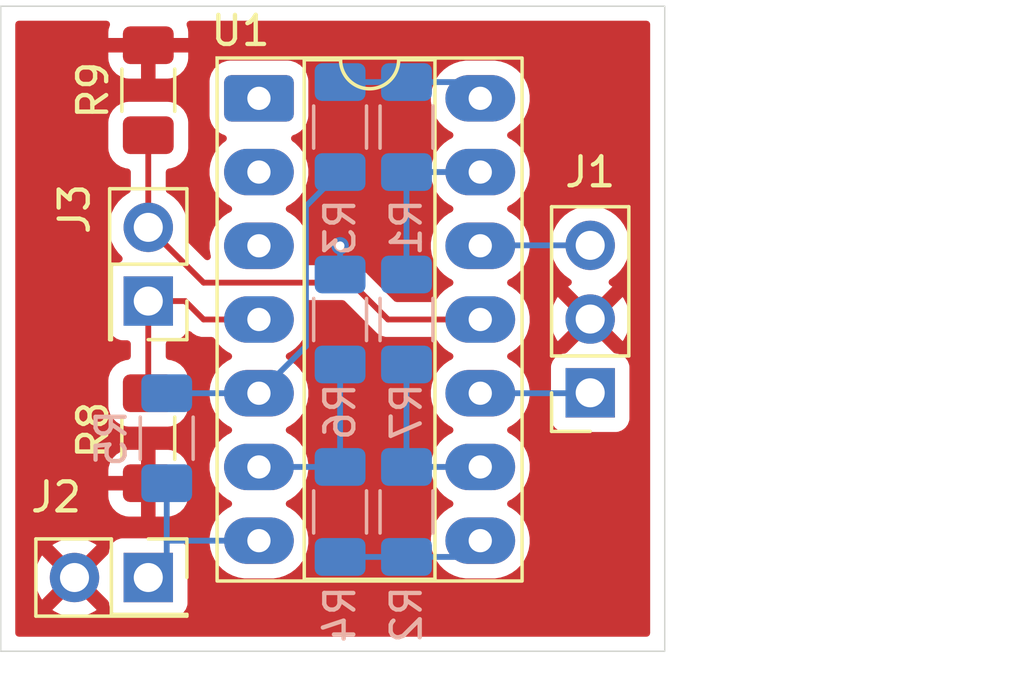
<source format=kicad_pcb>
(kicad_pcb (version 20241229) (generator "pcbnew") (generator_version "9.0")
  (layers (0 "F.Cu" signal) (2 "B.Cu" signal) (13 "F.Paste" user) (15 "B.Paste" user) (5 "F.SilkS" user "F.Silkscreen") (7 "B.SilkS" user "B.Silkscreen") (1 "F.Mask" user) (3 "B.Mask" user) (25 "Edge.Cuts" user))
  (net 0 "")
  (net 1 "Net-(J1-Pin_1)")
  (net 2 "GND")
  (net 3 "Net-(R1-Pad1)")
  (net 4 "Net-(U1B--)")
  (net 5 "Net-(R2-Pad2)")
  (net 6 "Net-(U1C--)")
  (net 7 "Net-(J2-Pin_1)")
  (net 8 "Net-(J3-Pin_2)")
  (net 9 "Net-(J3-Pin_1)")
  (net 10 "Net-(J1-Pin_3)")
  (net 11 "Net-(U1B-+)")
  (net 15 "Net-(U1D--)")
  (footprint "Resistor_SMD:R_1206_3216Metric_Pad1.30x1.75mm_HandSolder" (layer "F.Cu") (at 161.29 87.91 -90)
    (property "Reference" "R8" (at -0.28 1.905 90) (layer "F.SilkS"))
    (property "Value" "10k")
    (fp_line (start -0.727064 0.91) (end 0.727064 0.91) (stroke (width 0.12)) (layer "F.SilkS"))
    (fp_line (start -0.727064 -0.91) (end 0.727064 -0.91) (stroke (width 0.12)) (layer "F.SilkS"))
    (pad "1" smd roundrect (at -1.55 0 270) (size 1.3 1.75) (layers "F.Cu" "F.Mask" "F.Paste") (roundrect_rratio 0.192308) (net 9 "Net-(J3-Pin_1)"))
    (pad "2" smd roundrect (at 1.55 0 270) (size 1.3 1.75) (layers "F.Cu" "F.Mask" "F.Paste") (roundrect_rratio 0.192308) (net 2 "GND"))
  )
  (footprint "Package_DIP:DIP-14_W7.62mm_Socket_LongPads" (layer "F.Cu") (at 165.1 76.2)
    (property "Reference" "U1" (at -0.635 -2.33 0) (layer "F.SilkS"))
    (property "Value" "TL074")
    (fp_line (start 1.56 -1.33) (end 1.56 16.57) (stroke (width 0.12)) (layer "F.SilkS"))
    (fp_line (start 1.56 16.57) (end 6.06 16.57) (stroke (width 0.12)) (layer "F.SilkS"))
    (fp_line (start 2.81 -1.33) (end 1.56 -1.33) (stroke (width 0.12)) (layer "F.SilkS"))
    (fp_line (start 6.06 -1.33) (end 4.81 -1.33) (stroke (width 0.12)) (layer "F.SilkS"))
    (fp_line (start 6.06 16.57) (end 6.06 -1.33) (stroke (width 0.12)) (layer "F.SilkS"))
    (fp_rect (start -1.44 -1.39) (end 9.06 16.63) (stroke (width 0.12)) (fill no) (layer "F.SilkS"))
    (fp_arc (start 4.81 -1.33) (mid 3.81 -0.33) (end 2.81 -1.33) (stroke (width 0.12)) (layer "F.SilkS"))
    (pad "1" thru_hole roundrect (at 0 0) (size 2.4 1.6) (drill 0.8) (layers "*.Cu" "*.Mask") (roundrect_rratio 0.15625))
    (pad "2" thru_hole oval (at 0 2.54) (size 2.4 1.6) (drill 0.8) (layers "*.Cu" "*.Mask"))
    (pad "3" thru_hole oval (at 0 5.08) (size 2.4 1.6) (drill 0.8) (layers "*.Cu" "*.Mask"))
    (pad "4" thru_hole oval (at 0 7.62) (size 2.4 1.6) (drill 0.8) (layers "*.Cu" "*.Mask") (net 9 "Net-(J3-Pin_1)"))
    (pad "5" thru_hole oval (at 0 10.16) (size 2.4 1.6) (drill 0.8) (layers "*.Cu" "*.Mask") (net 11 "Net-(U1B-+)"))
    (pad "6" thru_hole oval (at 0 12.7) (size 2.4 1.6) (drill 0.8) (layers "*.Cu" "*.Mask") (net 4 "Net-(U1B--)"))
    (pad "7" thru_hole oval (at 0 15.24) (size 2.4 1.6) (drill 0.8) (layers "*.Cu" "*.Mask") (net 7 "Net-(J2-Pin_1)"))
    (pad "8" thru_hole oval (at 7.62 15.24) (size 2.4 1.6) (drill 0.8) (layers "*.Cu" "*.Mask") (net 5 "Net-(R2-Pad2)"))
    (pad "9" thru_hole oval (at 7.62 12.7) (size 2.4 1.6) (drill 0.8) (layers "*.Cu" "*.Mask") (net 6 "Net-(U1C--)"))
    (pad "10" thru_hole oval (at 7.62 10.16) (size 2.4 1.6) (drill 0.8) (layers "*.Cu" "*.Mask") (net 1 "Net-(J1-Pin_1)"))
    (pad "11" thru_hole oval (at 7.62 7.62) (size 2.4 1.6) (drill 0.8) (layers "*.Cu" "*.Mask") (net 8 "Net-(J3-Pin_2)"))
    (pad "12" thru_hole oval (at 7.62 5.08) (size 2.4 1.6) (drill 0.8) (layers "*.Cu" "*.Mask") (net 10 "Net-(J1-Pin_3)"))
    (pad "13" thru_hole oval (at 7.62 2.54) (size 2.4 1.6) (drill 0.8) (layers "*.Cu" "*.Mask") (net 15 "Net-(U1D--)"))
    (pad "14" thru_hole oval (at 7.62 0) (size 2.4 1.6) (drill 0.8) (layers "*.Cu" "*.Mask") (net 3 "Net-(R1-Pad1)"))
  )
  (footprint "Connector_PinSocket_2.54mm:PinSocket_2x01_P2.54mm_Vertical" (layer "F.Cu") (at 161.29 83.185 -90)
    (property "Reference" "J3" (at -3.175 2.54 90) (layer "F.SilkS"))
    (property "Value" "Conn_02x01")
    (fp_line (start -3.87 1.33) (end 1.33 1.33) (stroke (width 0.12)) (layer "F.SilkS"))
    (fp_line (start -1.27 1.27) (end 1.33 1.27) (stroke (width 0.12)) (layer "F.SilkS"))
    (fp_line (start 1.33 1.27) (end 1.33 1.33) (stroke (width 0.12)) (layer "F.SilkS"))
    (fp_line (start -3.87 -1.33) (end -3.87 1.33) (stroke (width 0.12)) (layer "F.SilkS"))
    (fp_line (start -3.87 -1.33) (end -1.27 -1.33) (stroke (width 0.12)) (layer "F.SilkS"))
    (fp_line (start -1.27 -1.33) (end -1.27 1.27) (stroke (width 0.12)) (layer "F.SilkS"))
    (fp_line (start 0 -1.33) (end 1.33 -1.33) (stroke (width 0.12)) (layer "F.SilkS"))
    (fp_line (start 1.33 -1.33) (end 1.33 0) (stroke (width 0.12)) (layer "F.SilkS"))
    (pad "1" thru_hole rect (at 0 0 270) (size 1.7 1.7) (drill 1) (layers "*.Cu" "*.Mask") (net 9 "Net-(J3-Pin_1)"))
    (pad "2" thru_hole circle (at -2.54 0 270) (size 1.7 1.7) (drill 1) (layers "*.Cu" "*.Mask") (net 8 "Net-(J3-Pin_2)"))
  )
  (footprint "Connector_PinSocket_2.54mm:PinSocket_2x01_P2.54mm_Vertical" (layer "F.Cu") (at 161.29 92.71)
    (property "Reference" "J2" (at -3.175 -2.77 0) (layer "F.SilkS"))
    (property "Value" "Conn_02x01")
    (fp_line (start -3.87 -1.33) (end -3.87 1.33) (stroke (width 0.12)) (layer "F.SilkS"))
    (fp_line (start -3.87 -1.33) (end -1.27 -1.33) (stroke (width 0.12)) (layer "F.SilkS"))
    (fp_line (start -3.87 1.33) (end 1.33 1.33) (stroke (width 0.12)) (layer "F.SilkS"))
    (fp_line (start -1.27 -1.33) (end -1.27 1.27) (stroke (width 0.12)) (layer "F.SilkS"))
    (fp_line (start -1.27 1.27) (end 1.33 1.27) (stroke (width 0.12)) (layer "F.SilkS"))
    (fp_line (start 0 -1.33) (end 1.33 -1.33) (stroke (width 0.12)) (layer "F.SilkS"))
    (fp_line (start 1.33 -1.33) (end 1.33 0) (stroke (width 0.12)) (layer "F.SilkS"))
    (fp_line (start 1.33 1.27) (end 1.33 1.33) (stroke (width 0.12)) (layer "F.SilkS"))
    (pad "1" thru_hole rect (at 0 0) (size 1.7 1.7) (drill 1) (layers "*.Cu" "*.Mask") (net 7 "Net-(J2-Pin_1)"))
    (pad "2" thru_hole circle (at -2.54 0) (size 1.7 1.7) (drill 1) (layers "*.Cu" "*.Mask") (net 2 "GND"))
  )
  (footprint "Connector_PinSocket_2.54mm:PinSocket_1x03_P2.54mm_Vertical" (layer "F.Cu") (at 176.505 86.345 180)
    (property "Reference" "J1" (at 0 7.605 180) (layer "F.SilkS"))
    (property "Value" "Conn_02x02_Odd_Even")
    (fp_line (start 1.33 1.27) (end 1.33 6.41) (stroke (width 0.12)) (layer "F.SilkS"))
    (fp_line (start 1.33 -1.33) (end 1.33 0) (stroke (width 0.12)) (layer "F.SilkS"))
    (fp_line (start 0 -1.33) (end 1.33 -1.33) (stroke (width 0.12)) (layer "F.SilkS"))
    (fp_line (start -1.33 6.41) (end 1.33 6.41) (stroke (width 0.12)) (layer "F.SilkS"))
    (fp_line (start -1.33 1.27) (end 1.33 1.27) (stroke (width 0.12)) (layer "F.SilkS"))
    (fp_line (start -1.33 1.27) (end -1.33 6.41) (stroke (width 0.12)) (layer "F.SilkS"))
    (pad "1" thru_hole rect (at 0 0 180) (size 1.7 1.7) (drill 1) (layers "*.Cu" "*.Mask") (net 1 "Net-(J1-Pin_1)"))
    (pad "2" thru_hole circle (at 0 2.54 180) (size 1.7 1.7) (drill 1) (layers "*.Cu" "*.Mask") (net 2 "GND"))
    (pad "3" thru_hole circle (at 0 5.08 180) (size 1.7 1.7) (drill 1) (layers "*.Cu" "*.Mask") (net 10 "Net-(J1-Pin_3)"))
  )
  (footprint "Resistor_SMD:R_1206_3216Metric_Pad1.30x1.75mm_HandSolder" (layer "F.Cu") (at 161.29 75.92 -90)
    (property "Reference" "R9" (at 0 1.905 90) (layer "F.SilkS"))
    (property "Value" "10k")
    (fp_line (start -0.727064 0.91) (end 0.727064 0.91) (stroke (width 0.12)) (layer "F.SilkS"))
    (fp_line (start -0.727064 -0.91) (end 0.727064 -0.91) (stroke (width 0.12)) (layer "F.SilkS"))
    (pad "1" smd roundrect (at -1.55 0 270) (size 1.3 1.75) (layers "F.Cu" "F.Mask" "F.Paste") (roundrect_rratio 0.192308) (net 2 "GND"))
    (pad "2" smd roundrect (at 1.55 0 270) (size 1.3 1.75) (layers "F.Cu" "F.Mask" "F.Paste") (roundrect_rratio 0.192308) (net 8 "Net-(J3-Pin_2)"))
  )
  (footprint "Resistor_SMD:R_1206_3216Metric_Pad1.30x1.75mm_HandSolder" (layer "B.Cu") (at 170.18 77.19 -90)
    (property "Reference" "R1" (at 3.455 0 90) (layer "B.SilkS") (effects (justify mirror)))
    (property "Value" "10k")
    (fp_line (start -0.727064 0.91) (end 0.727064 0.91) (stroke (width 0.12)) (layer "B.SilkS"))
    (fp_line (start -0.727064 -0.91) (end 0.727064 -0.91) (stroke (width 0.12)) (layer "B.SilkS"))
    (pad "1" smd roundrect (at -1.55 0 270) (size 1.3 1.75) (layers "B.Cu" "B.Mask" "B.Paste") (roundrect_rratio 0.192308) (net 3 "Net-(R1-Pad1)"))
    (pad "2" smd roundrect (at 1.55 0 270) (size 1.3 1.75) (layers "B.Cu" "B.Mask" "B.Paste") (roundrect_rratio 0.192308) (net 15 "Net-(U1D--)"))
  )
  (footprint "Resistor_SMD:R_1206_3216Metric_Pad1.30x1.75mm_HandSolder" (layer "B.Cu") (at 170.18 83.82 -90)
    (property "Reference" "R7" (at 3.175 0 90) (layer "B.SilkS") (effects (justify mirror)))
    (property "Value" "R")
    (fp_line (start -0.727064 0.91) (end 0.727064 0.91) (stroke (width 0.12)) (layer "B.SilkS"))
    (fp_line (start -0.727064 -0.91) (end 0.727064 -0.91) (stroke (width 0.12)) (layer "B.SilkS"))
    (pad "1" smd roundrect (at -1.55 0 270) (size 1.3 1.75) (layers "B.Cu" "B.Mask" "B.Paste") (roundrect_rratio 0.192308) (net 15 "Net-(U1D--)"))
    (pad "2" smd roundrect (at 1.55 0 270) (size 1.3 1.75) (layers "B.Cu" "B.Mask" "B.Paste") (roundrect_rratio 0.192308) (net 6 "Net-(U1C--)"))
  )
  (footprint "Resistor_SMD:R_1206_3216Metric_Pad1.30x1.75mm_HandSolder" (layer "B.Cu") (at 167.894 90.45 90)
    (property "Reference" "R4" (at -3.53 0 90) (layer "B.SilkS") (effects (justify mirror)))
    (property "Value" "10k")
    (fp_line (start -0.727064 -0.91) (end 0.727064 -0.91) (stroke (width 0.12)) (layer "B.SilkS"))
    (fp_line (start -0.727064 0.91) (end 0.727064 0.91) (stroke (width 0.12)) (layer "B.SilkS"))
    (pad "1" smd roundrect (at -1.55 0 90) (size 1.3 1.75) (layers "B.Cu" "B.Mask" "B.Paste") (roundrect_rratio 0.192308) (net 5 "Net-(R2-Pad2)"))
    (pad "2" smd roundrect (at 1.55 0 90) (size 1.3 1.75) (layers "B.Cu" "B.Mask" "B.Paste") (roundrect_rratio 0.192308) (net 4 "Net-(U1B--)"))
  )
  (footprint "Resistor_SMD:R_1206_3216Metric_Pad1.30x1.75mm_HandSolder" (layer "B.Cu") (at 170.18 90.45 -90)
    (property "Reference" "R2" (at 3.53 0 90) (layer "B.SilkS") (effects (justify mirror)))
    (property "Value" "10k")
    (fp_line (start -0.727064 0.91) (end 0.727064 0.91) (stroke (width 0.12)) (layer "B.SilkS"))
    (fp_line (start -0.727064 -0.91) (end 0.727064 -0.91) (stroke (width 0.12)) (layer "B.SilkS"))
    (pad "1" smd roundrect (at -1.55 0 270) (size 1.3 1.75) (layers "B.Cu" "B.Mask" "B.Paste") (roundrect_rratio 0.192308) (net 6 "Net-(U1C--)"))
    (pad "2" smd roundrect (at 1.55 0 270) (size 1.3 1.75) (layers "B.Cu" "B.Mask" "B.Paste") (roundrect_rratio 0.192308) (net 5 "Net-(R2-Pad2)"))
  )
  (footprint "Resistor_SMD:R_1206_3216Metric_Pad1.30x1.75mm_HandSolder" (layer "B.Cu") (at 167.894 77.19 -90)
    (property "Reference" "R3" (at 3.455 0 90) (layer "B.SilkS") (effects (justify mirror)))
    (property "Value" "10k")
    (fp_line (start -0.727064 0.91) (end 0.727064 0.91) (stroke (width 0.12)) (layer "B.SilkS"))
    (fp_line (start -0.727064 -0.91) (end 0.727064 -0.91) (stroke (width 0.12)) (layer "B.SilkS"))
    (pad "1" smd roundrect (at -1.55 0 270) (size 1.3 1.75) (layers "B.Cu" "B.Mask" "B.Paste") (roundrect_rratio 0.192308) (net 3 "Net-(R1-Pad1)"))
    (pad "2" smd roundrect (at 1.55 0 270) (size 1.3 1.75) (layers "B.Cu" "B.Mask" "B.Paste") (roundrect_rratio 0.192308) (net 11 "Net-(U1B-+)"))
  )
  (footprint "Resistor_SMD:R_1206_3216Metric_Pad1.30x1.75mm_HandSolder" (layer "B.Cu") (at 167.894 83.82 90)
    (property "Reference" "R6" (at -3.175 0 90) (layer "B.SilkS") (effects (justify mirror)))
    (property "Value" "10k")
    (fp_line (start -0.727064 -0.91) (end 0.727064 -0.91) (stroke (width 0.12)) (layer "B.SilkS"))
    (fp_line (start -0.727064 0.91) (end 0.727064 0.91) (stroke (width 0.12)) (layer "B.SilkS"))
    (pad "1" smd roundrect (at -1.55 0 90) (size 1.3 1.75) (layers "B.Cu" "B.Mask" "B.Paste") (roundrect_rratio 0.192308) (net 4 "Net-(U1B--)"))
    (pad "2" smd roundrect (at 1.55 0 90) (size 1.3 1.75) (layers "B.Cu" "B.Mask" "B.Paste") (roundrect_rratio 0.192308) (net 2 "GND"))
  )
  (footprint "Resistor_SMD:R_1206_3216Metric_Pad1.30x1.75mm_HandSolder" (layer "B.Cu") (at 161.925 87.91 -90)
    (property "Reference" "R5" (at 0 1.905 90) (layer "B.SilkS") (effects (justify mirror)))
    (property "Value" "10k")
    (fp_line (start -0.727064 0.91) (end 0.727064 0.91) (stroke (width 0.12)) (layer "B.SilkS"))
    (fp_line (start -0.727064 -0.91) (end 0.727064 -0.91) (stroke (width 0.12)) (layer "B.SilkS"))
    (pad "1" smd roundrect (at -1.55 0 270) (size 1.3 1.75) (layers "B.Cu" "B.Mask" "B.Paste") (roundrect_rratio 0.192308) (net 11 "Net-(U1B-+)"))
    (pad "2" smd roundrect (at 1.55 0 270) (size 1.3 1.75) (layers "B.Cu" "B.Mask" "B.Paste") (roundrect_rratio 0.192308) (net 7 "Net-(J2-Pin_1)"))
  )
  (gr_rect (start 156.21 73.025) (end 179.07 95.25) (stroke (width 0.05)) (fill no) (layer "Edge.Cuts"))
  (segment (start 172.72 86.36) (end 176.49 86.36) (width 0.2) (layer "B.Cu") (net 1))
  (segment (start 176.49 86.36) (end 176.505 86.345) (width 0.2) (layer "B.Cu") (net 1))
  (via (at 167.894 81.28) (size 0.6) (drill 0.3) (layers "F.Cu" "B.Cu") (net 2))
  (segment (start 167.894 82.27) (end 167.894 81.28) (width 0.2) (layer "B.Cu") (net 2))
  (segment (start 170.18 75.64) (end 172.16 75.64) (width 0.2) (layer "B.Cu") (net 3))
  (segment (start 172.16 75.64) (end 172.72 76.2) (width 0.2) (layer "B.Cu") (net 3))
  (segment (start 170.18 75.64) (end 167.894 75.64) (width 0.2) (layer "B.Cu") (net 3))
  (segment (start 167.894 88.9) (end 165.1 88.9) (width 0.2) (layer "B.Cu") (net 4))
  (segment (start 167.894 88.9) (end 167.894 85.37) (width 0.2) (layer "B.Cu") (net 4))
  (segment (start 172.16 92) (end 172.72 91.44) (width 0.2) (layer "B.Cu") (net 5))
  (segment (start 170.18 92) (end 172.16 92) (width 0.2) (layer "B.Cu") (net 5))
  (segment (start 167.894 92) (end 170.18 92) (width 0.2) (layer "B.Cu") (net 5))
  (segment (start 172.72 88.9) (end 170.18 88.9) (width 0.2) (layer "B.Cu") (net 6))
  (segment (start 170.18 85.37) (end 170.18 88.9) (width 0.2) (layer "B.Cu") (net 6))
  (segment (start 161.925 91.44) (end 162.56 91.44) (width 0.2) (layer "B.Cu") (net 7))
  (segment (start 161.925 92.075) (end 161.29 92.71) (width 0.2) (layer "B.Cu") (net 7))
  (segment (start 161.925 89.46) (end 161.925 91.44) (width 0.2) (layer "B.Cu") (net 7))
  (segment (start 165.1 91.44) (end 162.56 91.44) (width 0.2) (layer "B.Cu") (net 7))
  (segment (start 161.925 91.44) (end 161.925 92.075) (width 0.2) (layer "B.Cu") (net 7))
  (segment (start 168.275 82.55) (end 169.545 83.82) (width 0.2) (layer "F.Cu") (net 8))
  (segment (start 161.29 80.645) (end 163.195 82.55) (width 0.2) (layer "F.Cu") (net 8))
  (segment (start 169.545 83.82) (end 172.72 83.82) (width 0.2) (layer "F.Cu") (net 8))
  (segment (start 161.29 77.47) (end 161.29 80.645) (width 0.2) (layer "F.Cu") (net 8))
  (segment (start 163.195 82.55) (end 168.275 82.55) (width 0.2) (layer "F.Cu") (net 8))
  (segment (start 163.195 83.82) (end 162.56 83.185) (width 0.2) (layer "F.Cu") (net 9))
  (segment (start 162.56 83.185) (end 161.29 83.185) (width 0.2) (layer "F.Cu") (net 9))
  (segment (start 161.29 86.36) (end 161.29 83.185) (width 0.2) (layer "F.Cu") (net 9))
  (segment (start 165.1 83.82) (end 163.195 83.82) (width 0.2) (layer "F.Cu") (net 9))
  (segment (start 176.505 81.265) (end 172.735 81.265) (width 0.2) (layer "B.Cu") (net 10))
  (segment (start 172.735 81.265) (end 172.72 81.28) (width 0.2) (layer "B.Cu") (net 10))
  (segment (start 167.894 78.74) (end 166.718 79.916) (width 0.2) (layer "B.Cu") (net 11))
  (segment (start 166.718 79.916) (end 166.718 84.742) (width 0.2) (layer "B.Cu") (net 11))
  (segment (start 166.718 84.742) (end 165.1 86.36) (width 0.2) (layer "B.Cu") (net 11))
  (segment (start 161.925 86.36) (end 165.1 86.36) (width 0.2) (layer "B.Cu") (net 11))
  (segment (start 172.72 78.74) (end 170.18 78.74) (width 0.2) (layer "B.Cu") (net 15))
  (segment (start 170.18 78.74) (end 170.18 82.27) (width 0.2) (layer "B.Cu") (net 15))
  (zone (net 2) (net_name "GND") (layer "F.Cu") (connect_pads (clearance 0.5)) (min_thickness 0.25) (fill yes (thermal_gap 0.5) (thermal_bridge_width 0.5))
    (polygon (pts (xy 156.21 95.25) (xy 156.21 73.025) (xy 179.07 73.025) (xy 179.07 95.25)))
  )
)
</source>
